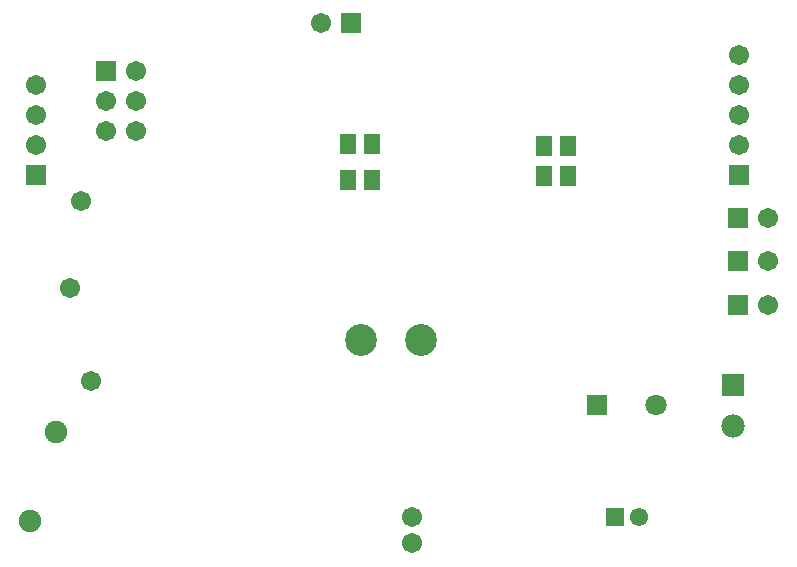
<source format=gbs>
G04 Layer_Color=16711935*
%FSLAX44Y44*%
%MOMM*%
G71*
G01*
G75*
%ADD45R,1.4732X1.8034*%
%ADD55C,1.7032*%
%ADD56R,1.7032X1.7032*%
%ADD57C,1.7032*%
%ADD58C,1.9832*%
%ADD59R,1.9832X1.9832*%
%ADD60C,2.7032*%
%ADD61R,1.7032X1.7032*%
%ADD62R,1.8032X1.8032*%
%ADD63C,1.8032*%
%ADD64R,1.5532X1.5532*%
%ADD65C,1.5532*%
%ADD66C,1.9032*%
D45*
X500380Y328930D02*
D03*
X480060D02*
D03*
X500380Y354330D02*
D03*
X480060D02*
D03*
X313690Y325120D02*
D03*
X334010D02*
D03*
X313690Y355600D02*
D03*
X334010D02*
D03*
D55*
X368300Y17780D02*
D03*
X96520Y154940D02*
D03*
X78740Y233680D02*
D03*
X87630Y307340D02*
D03*
X367660Y40000D02*
D03*
D56*
X643890Y256540D02*
D03*
Y293370D02*
D03*
X316230Y458470D02*
D03*
X643890Y219710D02*
D03*
D57*
X669290Y256540D02*
D03*
Y293370D02*
D03*
X290830Y458470D02*
D03*
X669290Y219710D02*
D03*
X49530Y355400D02*
D03*
Y380800D02*
D03*
Y406200D02*
D03*
X645000Y355400D02*
D03*
Y380800D02*
D03*
Y406200D02*
D03*
Y431600D02*
D03*
X134620Y367030D02*
D03*
X109220D02*
D03*
X134620Y392430D02*
D03*
X109220D02*
D03*
X134620Y417830D02*
D03*
D58*
X640080Y117120D02*
D03*
D59*
Y152120D02*
D03*
D60*
X375800Y190000D02*
D03*
X325000D02*
D03*
D61*
X49530Y330000D02*
D03*
X645000D02*
D03*
X109220Y417830D02*
D03*
D62*
X525000Y135000D02*
D03*
D63*
X575000D02*
D03*
D64*
X540000Y40000D02*
D03*
D65*
X560000D02*
D03*
D66*
X44840Y36900D02*
D03*
X66840Y111900D02*
D03*
M02*

</source>
